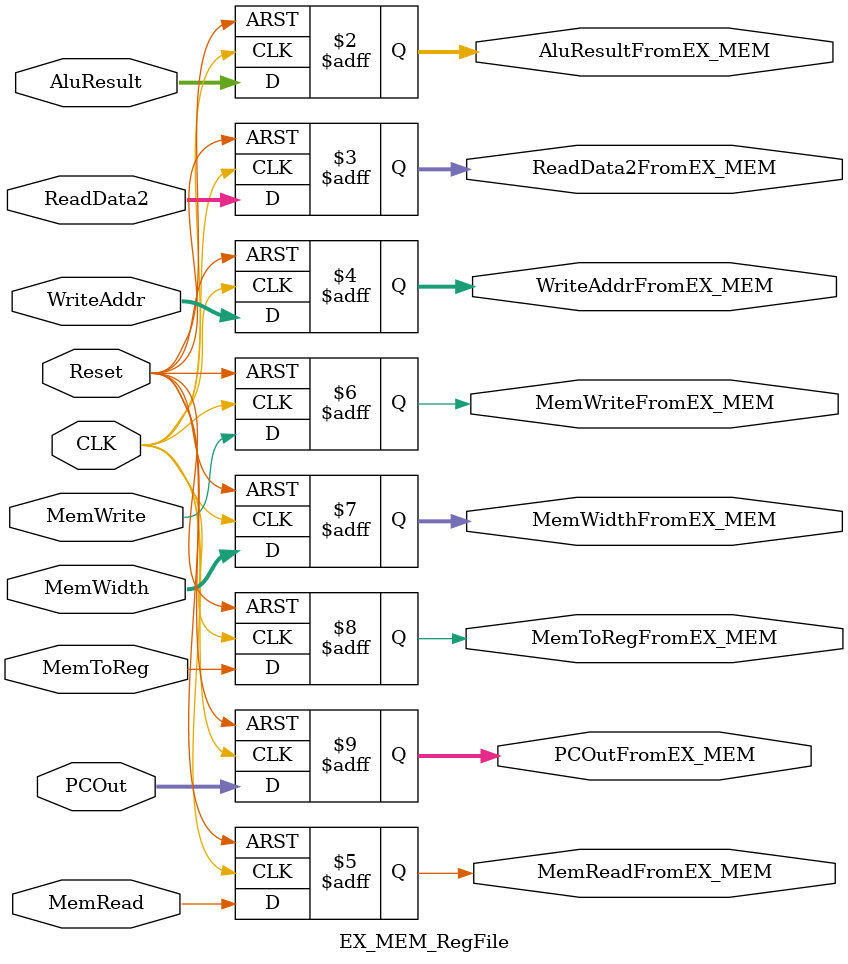
<source format=v>
`timescale 1ns / 1ps

module EX_MEM_RegFile(
    input CLK,
    input Reset,
    input[31:0] AluResult,
    input[31:0] ReadData2,
    input[4:0] WriteAddr,
    input MemRead,
    input MemWrite,
    input[1:0] MemWidth,
    input MemToReg,
    input[31:0] PCOut,
    output reg[31:0] AluResultFromEX_MEM,
    output reg[31:0] ReadData2FromEX_MEM,
    output reg[4:0] WriteAddrFromEX_MEM,
    output reg MemReadFromEX_MEM,
    output reg MemWriteFromEX_MEM,
    output reg[1:0] MemWidthFromEX_MEM,
    output reg MemToRegFromEX_MEM,
    output reg[31:0] PCOutFromEX_MEM
    );

    always @(posedge CLK, posedge Reset) begin
        if (Reset) begin
            AluResultFromEX_MEM <= 0;
            ReadData2FromEX_MEM <= 0;
            WriteAddrFromEX_MEM <= 0;
            MemReadFromEX_MEM <= 0;
            MemWriteFromEX_MEM <= 0;
            MemWidthFromEX_MEM <= 0;
            MemToRegFromEX_MEM <= 0;
            PCOutFromEX_MEM <= 0;
        end else begin
            AluResultFromEX_MEM <= AluResult;
            ReadData2FromEX_MEM <= ReadData2;
            WriteAddrFromEX_MEM <= WriteAddr;
            MemReadFromEX_MEM <= MemRead;
            MemWriteFromEX_MEM <= MemWrite;
            MemWidthFromEX_MEM <= MemWidth;
            MemToRegFromEX_MEM <= MemToReg;
            PCOutFromEX_MEM <= PCOut;
        end
    end
endmodule

</source>
